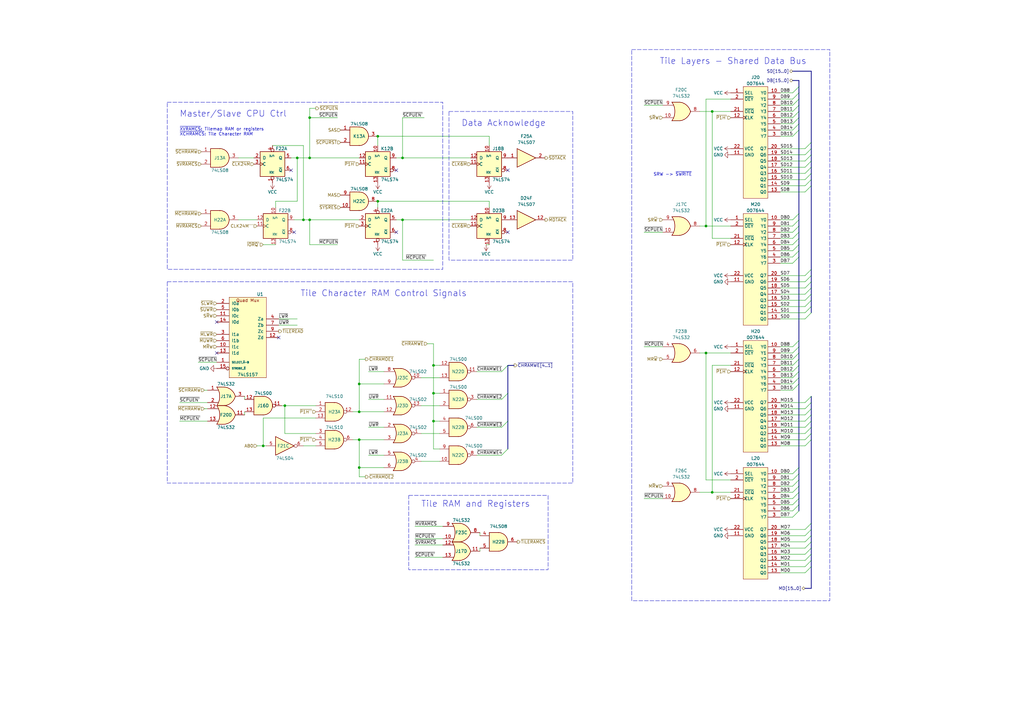
<source format=kicad_sch>
(kicad_sch (version 20230121) (generator eeschema)
  (paper "A3")
  (title_block (title "Gradius 3") (date "2024-04-11") (company "Konami GX945") (comment 1 "Ulf Skutnabba, twitter: @skutis77"))
  (junction (at 121.92 64.77))
  (junction (at 289.56 144.78))
  (junction (at 147.32 168.91))
  (junction (at 165.1 64.77))
  (junction (at 147.32 191.77))
  (junction (at 292.1 45.72))
  (junction (at 292.1 201.93))
  (junction (at 147.32 180.34))
  (junction (at 127 90.17))
  (junction (at 147.32 157.48))
  (junction (at 177.8 172.72))
  (junction (at 154.94 55.88))
  (junction (at 127 64.77))
  (junction (at 165.1 90.17))
  (junction (at 177.8 161.29))
  (junction (at 177.8 149.86))
  (junction (at 124.46 90.17))
  (junction (at 289.56 92.71))
  (junction (at 107.95 182.88))
  (junction (at 116.84 166.37))
  (junction (at 127 48.26))
  (junction (at 154.94 82.55))
  (no_connect (at 208.28 95.25))
  (no_connect (at 88.9 132.08))
  (no_connect (at 114.3 138.43))
  (no_connect (at 88.9 144.78))
  (no_connect (at 162.56 95.25))
  (no_connect (at 162.56 69.85))
  (no_connect (at 208.28 69.85))
  (no_connect (at 119.38 69.85))
  (no_connect (at 120.65 95.25))
  (bus_entry (at 325.12 107.95) (size 2.54 -2.54))
  (bus_entry (at 330.2 177.8) (size 2.54 -2.54))
  (bus_entry (at 330.2 219.71) (size 2.54 -2.54))
  (bus_entry (at 330.2 73.66) (size 2.54 -2.54))
  (bus_entry (at 325.12 194.31) (size 2.54 -2.54))
  (bus_entry (at 330.2 123.19) (size 2.54 -2.54))
  (bus_entry (at 330.2 71.12) (size 2.54 -2.54))
  (bus_entry (at 325.12 45.72) (size 2.54 -2.54))
  (bus_entry (at 330.2 232.41) (size 2.54 -2.54))
  (bus_entry (at 325.12 199.39) (size 2.54 -2.54))
  (bus_entry (at 330.2 78.74) (size 2.54 -2.54))
  (bus_entry (at 330.2 172.72) (size 2.54 -2.54))
  (bus_entry (at 325.12 207.01) (size 2.54 -2.54))
  (bus_entry (at 325.12 204.47) (size 2.54 -2.54))
  (bus_entry (at 330.2 125.73) (size 2.54 -2.54))
  (bus_entry (at 330.2 175.26) (size 2.54 -2.54))
  (bus_entry (at 325.12 160.02) (size 2.54 -2.54))
  (bus_entry (at 330.2 170.18) (size 2.54 -2.54))
  (bus_entry (at 325.12 212.09) (size 2.54 -2.54))
  (bus_entry (at 325.12 97.79) (size 2.54 -2.54))
  (bus_entry (at 330.2 224.79) (size 2.54 -2.54))
  (bus_entry (at 325.12 201.93) (size 2.54 -2.54))
  (bus_entry (at 330.2 76.2) (size 2.54 -2.54))
  (bus_entry (at 325.12 95.25) (size 2.54 -2.54))
  (bus_entry (at 325.12 100.33) (size 2.54 -2.54))
  (bus_entry (at 330.2 60.96) (size 2.54 -2.54))
  (bus_entry (at 325.12 53.34) (size 2.54 -2.54))
  (bus_entry (at 205.74 175.26) (size 2.54 -2.54))
  (bus_entry (at 325.12 152.4) (size 2.54 -2.54))
  (bus_entry (at 325.12 92.71) (size 2.54 -2.54))
  (bus_entry (at 325.12 154.94) (size 2.54 -2.54))
  (bus_entry (at 325.12 43.18) (size 2.54 -2.54))
  (bus_entry (at 325.12 149.86) (size 2.54 -2.54))
  (bus_entry (at 330.2 120.65) (size 2.54 -2.54))
  (bus_entry (at 330.2 115.57) (size 2.54 -2.54))
  (bus_entry (at 205.74 152.4) (size 2.54 -2.54))
  (bus_entry (at 325.12 90.17) (size 2.54 -2.54))
  (bus_entry (at 330.2 113.03) (size 2.54 -2.54))
  (bus_entry (at 325.12 196.85) (size 2.54 -2.54))
  (bus_entry (at 205.74 163.83) (size 2.54 -2.54))
  (bus_entry (at 330.2 165.1) (size 2.54 -2.54))
  (bus_entry (at 330.2 229.87) (size 2.54 -2.54))
  (bus_entry (at 330.2 227.33) (size 2.54 -2.54))
  (bus_entry (at 330.2 118.11) (size 2.54 -2.54))
  (bus_entry (at 325.12 157.48) (size 2.54 -2.54))
  (bus_entry (at 325.12 144.78) (size 2.54 -2.54))
  (bus_entry (at 325.12 38.1) (size 2.54 -2.54))
  (bus_entry (at 325.12 55.88) (size 2.54 -2.54))
  (bus_entry (at 330.2 63.5) (size 2.54 -2.54))
  (bus_entry (at 330.2 222.25) (size 2.54 -2.54))
  (bus_entry (at 330.2 130.81) (size 2.54 -2.54))
  (bus_entry (at 325.12 48.26) (size 2.54 -2.54))
  (bus_entry (at 330.2 234.95) (size 2.54 -2.54))
  (bus_entry (at 325.12 209.55) (size 2.54 -2.54))
  (bus_entry (at 325.12 147.32) (size 2.54 -2.54))
  (bus_entry (at 330.2 180.34) (size 2.54 -2.54))
  (bus_entry (at 325.12 102.87) (size 2.54 -2.54))
  (bus_entry (at 325.12 105.41) (size 2.54 -2.54))
  (bus_entry (at 205.74 186.69) (size 2.54 -2.54))
  (bus_entry (at 325.12 50.8) (size 2.54 -2.54))
  (bus_entry (at 330.2 182.88) (size 2.54 -2.54))
  (bus_entry (at 330.2 128.27) (size 2.54 -2.54))
  (bus_entry (at 325.12 40.64) (size 2.54 -2.54))
  (bus_entry (at 330.2 68.58) (size 2.54 -2.54))
  (bus_entry (at 325.12 142.24) (size 2.54 -2.54))
  (bus_entry (at 330.2 66.04) (size 2.54 -2.54))
  (bus_entry (at 330.2 167.64) (size 2.54 -2.54))
  (bus_entry (at 330.2 217.17) (size 2.54 -2.54))
  (wire (pts (xy 292.1 201.93) (xy 299.72 201.93)))
  (wire (pts (xy 154.94 55.88) (xy 200.66 55.88)))
  (wire (pts (xy 320.04 172.72) (xy 330.2 172.72)))
  (wire (pts (xy 299.72 149.86) (xy 292.1 149.86)))
  (wire (pts (xy 165.1 90.17) (xy 193.04 90.17)))
  (wire (pts (xy 320.04 147.32) (xy 325.12 147.32)))
  (wire (pts (xy 144.78 168.91) (xy 147.32 168.91)))
  (wire (pts (xy 287.02 144.78) (xy 289.56 144.78)))
  (bus (pts (xy 332.74 177.8) (xy 332.74 180.34)))
  (wire (pts (xy 320.04 224.79) (xy 330.2 224.79)))
  (wire (pts (xy 320.04 55.88) (xy 325.12 55.88)))
  (bus (pts (xy 327.66 100.33) (xy 327.66 102.87)))
  (wire (pts (xy 111.76 59.69) (xy 124.46 59.69)))
  (bus (pts (xy 327.66 207.01) (xy 327.66 209.55)))
  (wire (pts (xy 154.94 82.55) (xy 154.94 85.09)))
  (bus (pts (xy 332.74 63.5) (xy 332.74 60.96)))
  (bus (pts (xy 332.74 170.18) (xy 332.74 172.72)))
  (wire (pts (xy 320.04 152.4) (xy 325.12 152.4)))
  (wire (pts (xy 287.02 201.93) (xy 292.1 201.93)))
  (wire (pts (xy 320.04 217.17) (xy 330.2 217.17)))
  (wire (pts (xy 289.56 40.64) (xy 289.56 92.71)))
  (bus (pts (xy 327.66 142.24) (xy 327.66 144.78)))
  (wire (pts (xy 320.04 227.33) (xy 330.2 227.33)))
  (wire (pts (xy 172.72 154.94) (xy 180.34 154.94)))
  (bus (pts (xy 327.66 105.41) (xy 327.66 139.7)))
  (bus (pts (xy 332.74 118.11) (xy 332.74 115.57)))
  (bus (pts (xy 327.66 147.32) (xy 327.66 149.86)))
  (wire (pts (xy 320.04 142.24) (xy 325.12 142.24)))
  (bus (pts (xy 332.74 68.58) (xy 332.74 66.04)))
  (wire (pts (xy 127 44.45) (xy 127 48.26)))
  (bus (pts (xy 332.74 229.87) (xy 332.74 232.41)))
  (wire (pts (xy 264.16 142.24) (xy 271.78 142.24)))
  (wire (pts (xy 320.04 207.01) (xy 325.12 207.01)))
  (wire (pts (xy 320.04 50.8) (xy 325.12 50.8)))
  (bus (pts (xy 327.66 157.48) (xy 327.66 191.77)))
  (bus (pts (xy 332.74 219.71) (xy 332.74 222.25)))
  (bus (pts (xy 327.66 194.31) (xy 327.66 196.85)))
  (wire (pts (xy 113.03 82.55) (xy 113.03 85.09)))
  (wire (pts (xy 147.32 191.77) (xy 147.32 195.58)))
  (wire (pts (xy 320.04 160.02) (xy 325.12 160.02)))
  (wire (pts (xy 127 48.26) (xy 138.43 48.26)))
  (bus (pts (xy 332.74 125.73) (xy 332.74 123.19)))
  (wire (pts (xy 320.04 180.34) (xy 330.2 180.34)))
  (wire (pts (xy 287.02 45.72) (xy 292.1 45.72)))
  (wire (pts (xy 320.04 144.78) (xy 325.12 144.78)))
  (bus (pts (xy 327.66 144.78) (xy 327.66 147.32)))
  (wire (pts (xy 195.58 152.4) (xy 205.74 152.4)))
  (wire (pts (xy 320.04 118.11) (xy 330.2 118.11)))
  (wire (pts (xy 83.82 167.64) (xy 85.09 167.64)))
  (wire (pts (xy 320.04 71.12) (xy 330.2 71.12)))
  (wire (pts (xy 147.32 195.58) (xy 149.86 195.58)))
  (wire (pts (xy 320.04 105.41) (xy 325.12 105.41)))
  (bus (pts (xy 327.66 102.87) (xy 327.66 105.41)))
  (wire (pts (xy 121.92 82.55) (xy 113.03 82.55)))
  (wire (pts (xy 320.04 232.41) (xy 330.2 232.41)))
  (wire (pts (xy 127 64.77) (xy 147.32 64.77)))
  (wire (pts (xy 195.58 186.69) (xy 205.74 186.69)))
  (wire (pts (xy 127 48.26) (xy 127 64.77)))
  (wire (pts (xy 320.04 128.27) (xy 330.2 128.27)))
  (bus (pts (xy 332.74 180.34) (xy 332.74 214.63)))
  (bus (pts (xy 327.66 204.47) (xy 327.66 207.01)))
  (bus (pts (xy 332.74 73.66) (xy 332.74 71.12)))
  (bus (pts (xy 327.66 35.56) (xy 327.66 33.02)))
  (wire (pts (xy 320.04 95.25) (xy 325.12 95.25)))
  (wire (pts (xy 172.72 166.37) (xy 180.34 166.37)))
  (wire (pts (xy 320.04 177.8) (xy 330.2 177.8)))
  (wire (pts (xy 162.56 90.17) (xy 165.1 90.17)))
  (wire (pts (xy 299.72 40.64) (xy 289.56 40.64)))
  (wire (pts (xy 320.04 63.5) (xy 330.2 63.5)))
  (wire (pts (xy 154.94 82.55) (xy 200.66 82.55)))
  (wire (pts (xy 200.66 55.88) (xy 200.66 59.69)))
  (wire (pts (xy 320.04 45.72) (xy 325.12 45.72)))
  (bus (pts (xy 332.74 165.1) (xy 332.74 167.64)))
  (bus (pts (xy 332.74 66.04) (xy 332.74 63.5)))
  (wire (pts (xy 320.04 66.04) (xy 330.2 66.04)))
  (bus (pts (xy 325.12 29.21) (xy 332.74 29.21)))
  (wire (pts (xy 165.1 48.26) (xy 165.1 64.77)))
  (wire (pts (xy 320.04 229.87) (xy 330.2 229.87)))
  (wire (pts (xy 299.72 196.85) (xy 289.56 196.85)))
  (wire (pts (xy 320.04 212.09) (xy 325.12 212.09)))
  (wire (pts (xy 320.04 196.85) (xy 325.12 196.85)))
  (wire (pts (xy 129.54 166.37) (xy 116.84 166.37)))
  (bus (pts (xy 327.66 139.7) (xy 327.66 142.24)))
  (wire (pts (xy 100.33 162.56) (xy 100.33 163.83)))
  (bus (pts (xy 208.28 161.29) (xy 208.28 149.86)))
  (wire (pts (xy 116.84 166.37) (xy 116.84 177.8)))
  (wire (pts (xy 127 100.33) (xy 138.43 100.33)))
  (wire (pts (xy 165.1 64.77) (xy 193.04 64.77)))
  (wire (pts (xy 287.02 92.71) (xy 289.56 92.71)))
  (wire (pts (xy 107.95 182.88) (xy 109.22 182.88)))
  (bus (pts (xy 327.66 38.1) (xy 327.66 40.64)))
  (bus (pts (xy 332.74 115.57) (xy 332.74 113.03)))
  (bus (pts (xy 327.66 87.63) (xy 327.66 90.17)))
  (wire (pts (xy 320.04 157.48) (xy 325.12 157.48)))
  (wire (pts (xy 320.04 149.86) (xy 325.12 149.86)))
  (bus (pts (xy 327.66 97.79) (xy 327.66 100.33)))
  (wire (pts (xy 129.54 44.45) (xy 127 44.45)))
  (wire (pts (xy 320.04 234.95) (xy 330.2 234.95)))
  (wire (pts (xy 177.8 140.97) (xy 177.8 149.86)))
  (bus (pts (xy 332.74 214.63) (xy 332.74 217.17)))
  (wire (pts (xy 170.18 215.9) (xy 181.61 215.9)))
  (wire (pts (xy 320.04 38.1) (xy 325.12 38.1)))
  (wire (pts (xy 320.04 78.74) (xy 330.2 78.74)))
  (wire (pts (xy 320.04 100.33) (xy 325.12 100.33)))
  (bus (pts (xy 332.74 76.2) (xy 332.74 73.66)))
  (wire (pts (xy 299.72 97.79) (xy 292.1 97.79)))
  (wire (pts (xy 320.04 194.31) (xy 325.12 194.31)))
  (wire (pts (xy 292.1 149.86) (xy 292.1 201.93)))
  (wire (pts (xy 129.54 177.8) (xy 116.84 177.8)))
  (wire (pts (xy 115.57 166.37) (xy 116.84 166.37)))
  (wire (pts (xy 320.04 175.26) (xy 330.2 175.26)))
  (wire (pts (xy 105.41 182.88) (xy 107.95 182.88)))
  (wire (pts (xy 320.04 48.26) (xy 325.12 48.26)))
  (bus (pts (xy 327.66 154.94) (xy 327.66 157.48)))
  (wire (pts (xy 121.92 64.77) (xy 127 64.77)))
  (wire (pts (xy 124.46 90.17) (xy 127 90.17)))
  (bus (pts (xy 327.66 95.25) (xy 327.66 97.79)))
  (wire (pts (xy 165.1 106.68) (xy 177.8 106.68)))
  (wire (pts (xy 124.46 182.88) (xy 129.54 182.88)))
  (wire (pts (xy 147.32 191.77) (xy 157.48 191.77)))
  (wire (pts (xy 114.3 133.35) (xy 121.92 133.35)))
  (wire (pts (xy 264.16 204.47) (xy 271.78 204.47)))
  (wire (pts (xy 107.95 171.45) (xy 107.95 182.88)))
  (bus (pts (xy 327.66 43.18) (xy 327.66 45.72)))
  (wire (pts (xy 172.72 189.23) (xy 180.34 189.23)))
  (wire (pts (xy 320.04 76.2) (xy 330.2 76.2)))
  (bus (pts (xy 208.28 149.86) (xy 210.82 149.86)))
  (bus (pts (xy 327.66 196.85) (xy 327.66 199.39)))
  (wire (pts (xy 165.1 64.77) (xy 162.56 64.77)))
  (wire (pts (xy 320.04 40.64) (xy 325.12 40.64)))
  (wire (pts (xy 73.66 165.1) (xy 85.09 165.1)))
  (bus (pts (xy 327.66 53.34) (xy 327.66 87.63)))
  (wire (pts (xy 264.16 43.18) (xy 271.78 43.18)))
  (wire (pts (xy 97.79 90.17) (xy 105.41 90.17)))
  (wire (pts (xy 165.1 106.68) (xy 165.1 90.17)))
  (wire (pts (xy 165.1 48.26) (xy 173.99 48.26)))
  (wire (pts (xy 320.04 219.71) (xy 330.2 219.71)))
  (wire (pts (xy 196.85 226.06) (xy 196.85 224.79)))
  (wire (pts (xy 320.04 222.25) (xy 330.2 222.25)))
  (wire (pts (xy 320.04 165.1) (xy 330.2 165.1)))
  (wire (pts (xy 320.04 43.18) (xy 325.12 43.18)))
  (bus (pts (xy 332.74 217.17) (xy 332.74 219.71)))
  (bus (pts (xy 327.66 48.26) (xy 327.66 50.8)))
  (wire (pts (xy 170.18 223.52) (xy 181.61 223.52)))
  (wire (pts (xy 320.04 68.58) (xy 330.2 68.58)))
  (bus (pts (xy 332.74 110.49) (xy 332.74 76.2)))
  (bus (pts (xy 332.74 172.72) (xy 332.74 175.26)))
  (bus (pts (xy 332.74 227.33) (xy 332.74 229.87)))
  (wire (pts (xy 177.8 161.29) (xy 180.34 161.29)))
  (bus (pts (xy 332.74 71.12) (xy 332.74 68.58)))
  (wire (pts (xy 320.04 167.64) (xy 330.2 167.64)))
  (bus (pts (xy 332.74 224.79) (xy 332.74 227.33)))
  (bus (pts (xy 327.66 45.72) (xy 327.66 48.26)))
  (wire (pts (xy 147.32 147.32) (xy 147.32 157.48)))
  (bus (pts (xy 327.66 149.86) (xy 327.66 152.4)))
  (wire (pts (xy 320.04 123.19) (xy 330.2 123.19)))
  (bus (pts (xy 332.74 113.03) (xy 332.74 110.49)))
  (wire (pts (xy 177.8 172.72) (xy 180.34 172.72)))
  (bus (pts (xy 325.12 33.02) (xy 327.66 33.02)))
  (wire (pts (xy 124.46 90.17) (xy 124.46 59.69)))
  (wire (pts (xy 151.13 152.4) (xy 157.48 152.4)))
  (wire (pts (xy 157.48 168.91) (xy 147.32 168.91)))
  (wire (pts (xy 177.8 184.15) (xy 180.34 184.15)))
  (wire (pts (xy 289.56 92.71) (xy 299.72 92.71)))
  (wire (pts (xy 289.56 144.78) (xy 289.56 196.85)))
  (bus (pts (xy 327.66 40.64) (xy 327.66 43.18)))
  (wire (pts (xy 151.13 186.69) (xy 157.48 186.69)))
  (bus (pts (xy 327.66 92.71) (xy 327.66 95.25)))
  (wire (pts (xy 195.58 163.83) (xy 205.74 163.83)))
  (bus (pts (xy 208.28 172.72) (xy 208.28 161.29)))
  (bus (pts (xy 330.2 241.3) (xy 332.74 241.3)))
  (bus (pts (xy 327.66 191.77) (xy 327.66 194.31)))
  (wire (pts (xy 320.04 53.34) (xy 325.12 53.34)))
  (wire (pts (xy 264.16 95.25) (xy 271.78 95.25)))
  (wire (pts (xy 320.04 73.66) (xy 330.2 73.66)))
  (wire (pts (xy 177.8 149.86) (xy 180.34 149.86)))
  (bus (pts (xy 332.74 222.25) (xy 332.74 224.79)))
  (wire (pts (xy 157.48 180.34) (xy 147.32 180.34)))
  (wire (pts (xy 100.33 170.18) (xy 100.33 168.91)))
  (wire (pts (xy 151.13 175.26) (xy 157.48 175.26)))
  (bus (pts (xy 332.74 167.64) (xy 332.74 170.18)))
  (wire (pts (xy 154.94 55.88) (xy 154.94 59.69)))
  (wire (pts (xy 119.38 64.77) (xy 121.92 64.77)))
  (wire (pts (xy 320.04 90.17) (xy 325.12 90.17)))
  (bus (pts (xy 332.74 58.42) (xy 332.74 29.21)))
  (wire (pts (xy 121.92 64.77) (xy 121.92 82.55)))
  (wire (pts (xy 144.78 180.34) (xy 147.32 180.34)))
  (bus (pts (xy 332.74 60.96) (xy 332.74 58.42)))
  (wire (pts (xy 147.32 180.34) (xy 147.32 191.77)))
  (wire (pts (xy 292.1 45.72) (xy 299.72 45.72)))
  (bus (pts (xy 327.66 90.17) (xy 327.66 92.71)))
  (wire (pts (xy 175.26 140.97) (xy 177.8 140.97)))
  (wire (pts (xy 177.8 149.86) (xy 177.8 161.29)))
  (wire (pts (xy 320.04 201.93) (xy 325.12 201.93)))
  (wire (pts (xy 200.66 82.55) (xy 200.66 85.09)))
  (bus (pts (xy 332.74 120.65) (xy 332.74 118.11)))
  (wire (pts (xy 320.04 97.79) (xy 325.12 97.79)))
  (wire (pts (xy 147.32 157.48) (xy 157.48 157.48)))
  (wire (pts (xy 129.54 171.45) (xy 107.95 171.45)))
  (wire (pts (xy 177.8 161.29) (xy 177.8 172.72)))
  (wire (pts (xy 114.3 130.81) (xy 121.92 130.81)))
  (bus (pts (xy 327.66 50.8) (xy 327.66 53.34)))
  (wire (pts (xy 170.18 220.98) (xy 181.61 220.98)))
  (bus (pts (xy 327.66 152.4) (xy 327.66 154.94)))
  (wire (pts (xy 195.58 175.26) (xy 205.74 175.26)))
  (wire (pts (xy 320.04 182.88) (xy 330.2 182.88)))
  (bus (pts (xy 332.74 162.56) (xy 332.74 165.1)))
  (wire (pts (xy 320.04 199.39) (xy 325.12 199.39)))
  (wire (pts (xy 320.04 170.18) (xy 330.2 170.18)))
  (bus (pts (xy 327.66 35.56) (xy 327.66 38.1)))
  (wire (pts (xy 127 100.33) (xy 127 90.17)))
  (wire (pts (xy 172.72 177.8) (xy 180.34 177.8)))
  (wire (pts (xy 147.32 147.32) (xy 149.86 147.32)))
  (wire (pts (xy 320.04 154.94) (xy 325.12 154.94)))
  (wire (pts (xy 320.04 115.57) (xy 330.2 115.57)))
  (wire (pts (xy 289.56 144.78) (xy 299.72 144.78)))
  (wire (pts (xy 170.18 228.6) (xy 181.61 228.6)))
  (bus (pts (xy 327.66 199.39) (xy 327.66 201.93)))
  (bus (pts (xy 332.74 175.26) (xy 332.74 177.8)))
  (wire (pts (xy 177.8 172.72) (xy 177.8 184.15)))
  (wire (pts (xy 320.04 92.71) (xy 325.12 92.71)))
  (wire (pts (xy 320.04 107.95) (xy 325.12 107.95)))
  (wire (pts (xy 320.04 125.73) (xy 330.2 125.73)))
  (wire (pts (xy 320.04 204.47) (xy 325.12 204.47)))
  (wire (pts (xy 107.95 100.33) (xy 113.03 100.33)))
  (wire (pts (xy 120.65 90.17) (xy 124.46 90.17)))
  (wire (pts (xy 73.66 172.72) (xy 85.09 172.72)))
  (wire (pts (xy 196.85 218.44) (xy 196.85 219.71)))
  (wire (pts (xy 292.1 97.79) (xy 292.1 45.72)))
  (wire (pts (xy 151.13 163.83) (xy 157.48 163.83)))
  (wire (pts (xy 81.28 148.59) (xy 88.9 148.59)))
  (bus (pts (xy 208.28 184.15) (xy 208.28 172.72)))
  (wire (pts (xy 147.32 168.91) (xy 147.32 157.48)))
  (wire (pts (xy 320.04 209.55) (xy 325.12 209.55)))
  (wire (pts (xy 320.04 102.87) (xy 325.12 102.87)))
  (wire (pts (xy 97.79 64.77) (xy 104.14 64.77)))
  (wire (pts (xy 83.82 160.02) (xy 85.09 160.02)))
  (wire (pts (xy 200.66 100.33) (xy 199.39 100.33)))
  (bus (pts (xy 332.74 123.19) (xy 332.74 120.65)))
  (wire (pts (xy 320.04 60.96) (xy 330.2 60.96)))
  (wire (pts (xy 320.04 130.81) (xy 330.2 130.81)))
  (bus (pts (xy 327.66 201.93) (xy 327.66 204.47)))
  (wire (pts (xy 320.04 120.65) (xy 330.2 120.65)))
  (bus (pts (xy 332.74 128.27) (xy 332.74 125.73)))
  (wire (pts (xy 127 90.17) (xy 147.32 90.17)))
  (wire (pts (xy 320.04 113.03) (xy 330.2 113.03)))
  (bus (pts (xy 332.74 232.41) (xy 332.74 241.3)))
  (rectangle (start 259.08 20.32) (end 340.36 246.38) (stroke (width 0) (type dash)))
  (rectangle (start 68.58 115.57) (end 234.95 198.12) (stroke (width 0) (type dash)))
  (rectangle (start 167.64 203.2) (end 224.79 233.68) (stroke (width 0) (type dash)))
  (rectangle (start 68.58 41.91) (end 181.61 110.49) (stroke (width 0) (type dash)))
  (rectangle (start 184.15 45.72) (end 234.95 106.68) (stroke (width 0) (type dash)))
  (text "Data Acknowledge" (at 189.23 52.07 0) (effects (font (size 2.54 2.54)) (justify left bottom)))
  (text "SRW -> ~{SWRITE}" (at 267.97 72.39 0) (effects (font (size 1.27 1.27)) (justify left bottom)))
  (text "Tile Layers - Shared Data Bus" (at 270.51 26.67 0) (effects (font (size 2.54 2.54)) (justify left bottom)))
  (text "Tile RAM and Registers" (at 172.72 208.28 0) (effects (font (size 2.54 2.54)) (justify left bottom)))
  (text "Tile Character RAM Control Signals" (at 123.19 121.92 0) (effects (font (size 2.54 2.54)) (justify left bottom)))
  (text "Master/Slave CPU Ctrl" (at 73.66 48.26 0) (effects (font (size 2.54 2.54)) (justify left bottom)))
  (text "~{XVRAMCS}: Tilemap RAM or registers\n~{XCHRAMCS}: Tile Character RAM" (at 73.66 55.88 0) (effects (font (size 1.27 1.27)) (justify left bottom)))
  (label "~{UWR}" (at 114.3 133.35 0))
  (label "DB12" (at 320.04 48.26 0))
  (label "DB5" (at 320.04 207.01 0))
  (label "~{CHRAMWE1}" (at 195.58 152.4 0))
  (label "MD0" (at 320.04 234.95 0))
  (label "DB7" (at 320.04 107.95 0))
  (label "~{MCPUEN'}" (at 73.66 172.72 0))
  (label "~{MCPUEN'}" (at 170.18 220.98 0))
  (label "~{CHRAMWE3}" (at 195.58 175.26 0))
  (label "SD9" (at 320.04 76.2 0))
  (label "DB9" (at 320.04 144.78 0))
  (label "MD4" (at 320.04 224.79 0))
  (label "DB8" (at 320.04 142.24 0))
  (label "~{MCPUEN}" (at 130.81 100.33 0))
  (label "DB9" (at 320.04 40.64 0))
  (label "DB15" (at 320.04 160.02 0))
  (label "~{SCPUEN}" (at 264.16 95.25 0))
  (label "DB11" (at 320.04 45.72 0))
  (label "SD0" (at 320.04 130.81 0))
  (label "DB5" (at 320.04 102.87 0))
  (label "MD8" (at 320.04 182.88 0))
  (label "SD1" (at 320.04 128.27 0))
  (label "~{CHRAMWE2}" (at 195.58 163.83 0))
  (label "SD12" (at 320.04 68.58 0))
  (label "MD5" (at 320.04 222.25 0))
  (label "DB10" (at 320.04 43.18 0))
  (label "~{MVRAMCS}" (at 170.18 215.9 0))
  (label "~{SVRAMCS}" (at 170.18 223.52 0))
  (label "~{SCPUEN}" (at 264.16 43.18 0))
  (label "~{SCPUEN'}" (at 170.18 228.6 0))
  (label "DB8" (at 320.04 38.1 0))
  (label "DB14" (at 320.04 53.34 0))
  (label "~{LWR}" (at 151.13 152.4 0))
  (label "DB13" (at 320.04 154.94 0))
  (label "SD4" (at 320.04 120.65 0))
  (label "SD3" (at 320.04 123.19 0))
  (label "DB3" (at 320.04 97.79 0))
  (label "SD10" (at 320.04 73.66 0))
  (label "SD15" (at 320.04 60.96 0))
  (label "MD1" (at 320.04 232.41 0))
  (label "MD14" (at 320.04 167.64 0))
  (label "DB10" (at 320.04 147.32 0))
  (label "~{LWR}" (at 151.13 186.69 0))
  (label "DB13" (at 320.04 50.8 0))
  (label "SD13" (at 320.04 66.04 0))
  (label "SD8" (at 320.04 78.74 0))
  (label "DB2" (at 320.04 95.25 0))
  (label "~{SCPUEN'}" (at 165.1 48.26 0))
  (label "MD7" (at 320.04 217.17 0))
  (label "MD12" (at 320.04 172.72 0))
  (label "DB1" (at 320.04 92.71 0))
  (label "DB1" (at 320.04 196.85 0))
  (label "DB15" (at 320.04 55.88 0))
  (label "~{CHRAMWE4}" (at 195.58 186.69 0))
  (label "SD11" (at 320.04 71.12 0))
  (label "MD15" (at 320.04 165.1 0))
  (label "DB4" (at 320.04 204.47 0))
  (label "DB14" (at 320.04 157.48 0))
  (label "MD13" (at 320.04 170.18 0))
  (label "~{UWR}" (at 151.13 163.83 0))
  (label "MD11" (at 320.04 175.26 0))
  (label "DB6" (at 320.04 105.41 0))
  (label "~{MCPUEN}" (at 264.16 142.24 0))
  (label "DB6" (at 320.04 209.55 0))
  (label "~{MCPUEN'}" (at 166.37 106.68 0))
  (label "~{MCPUEN}" (at 264.16 204.47 0))
  (label "~{LWR}" (at 114.3 130.81 0))
  (label "DB7" (at 320.04 212.09 0))
  (label "DB2" (at 320.04 199.39 0))
  (label "~{UWR}" (at 151.13 175.26 0))
  (label "SD2" (at 320.04 125.73 0))
  (label "SD7" (at 320.04 113.03 0))
  (label "DB12" (at 320.04 152.4 0))
  (label "~{SCPUEN}" (at 81.28 148.59 0))
  (label "MD3" (at 320.04 227.33 0))
  (label "MD9" (at 320.04 180.34 0))
  (label "MD2" (at 320.04 229.87 0))
  (label "~{SCPUEN}" (at 130.81 48.26 0))
  (label "MD6" (at 320.04 219.71 0))
  (label "DB0" (at 320.04 194.31 0))
  (label "~{SCPUEN'}" (at 73.66 165.1 0))
  (label "DB11" (at 320.04 149.86 0))
  (label "SD6" (at 320.04 115.57 0))
  (label "SD5" (at 320.04 118.11 0))
  (label "DB0" (at 320.04 90.17 0))
  (label "DB4" (at 320.04 100.33 0))
  (label "DB3" (at 320.04 201.93 0))
  (label "SD14" (at 320.04 63.5 0))
  (label "MD10" (at 320.04 177.8 0))
  (hierarchical_label "~{P1H'}" (shape input) (at 299.72 152.4 180))
  (hierarchical_label "~{P1H'}" (shape input) (at 147.32 67.31 180))
  (hierarchical_label "~{SCPUEN}" (shape output) (at 129.54 44.45 0))
  (hierarchical_label "CLK24M'''" (shape input) (at 105.41 92.71 180))
  (hierarchical_label "SR~{W}'" (shape input) (at 271.78 90.17 180))
  (hierarchical_label "~{SYSRES}" (shape input) (at 139.7 85.09 180))
  (hierarchical_label "~{MUWR}" (shape input) (at 88.9 139.7 180))
  (hierarchical_label "~{SCPURST}" (shape input) (at 139.7 58.42 180))
  (hierarchical_label "~{MDTACK}" (shape output) (at 223.52 90.17 0))
  (hierarchical_label "AB0" (shape input) (at 105.41 182.88 180))
  (hierarchical_label "~{MLWR}" (shape input) (at 88.9 137.16 180))
  (hierarchical_label "MD[15..0]" (shape bidirectional) (at 330.2 241.3 180))
  (hierarchical_label "~{CHRAMOE1}" (shape output) (at 149.86 147.32 0))
  (hierarchical_label "~{SDTACK}" (shape output) (at 223.52 64.77 0))
  (hierarchical_label "~{TILEREAD}" (shape output) (at 114.3 135.89 0))
  (hierarchical_label "M~{R}W" (shape input) (at 271.78 199.39 180))
  (hierarchical_label "~{P1H'}" (shape input) (at 147.32 92.71 180))
  (hierarchical_label "~{SVRAMCS}" (shape input) (at 82.55 67.31 180))
  (hierarchical_label "~{P1H''}" (shape input) (at 129.54 180.34 180))
  (hierarchical_label "~{CHRAMOE2}" (shape output) (at 149.86 195.58 0))
  (hierarchical_label "~{CLK24M}" (shape input) (at 104.14 67.31 180))
  (hierarchical_label "DB[15..0]" (shape bidirectional) (at 325.12 33.02 180))
  (hierarchical_label "~{SCHRAMW}" (shape input) (at 82.55 62.23 180))
  (hierarchical_label "SAS" (shape input) (at 139.7 53.34 180))
  (hierarchical_label "MR~{W}'" (shape input) (at 271.78 147.32 180))
  (hierarchical_label "S~{R}W" (shape input) (at 271.78 48.26 180))
  (hierarchical_label "~{MCHRAMW}" (shape input) (at 82.55 87.63 180))
  (hierarchical_label "S~{R}W" (shape input) (at 88.9 129.54 180))
  (hierarchical_label "~{MVRAMCS}" (shape input) (at 82.55 92.71 180))
  (hierarchical_label "~{SCHRAMW}" (shape input) (at 83.82 160.02 180))
  (hierarchical_label "M~{R}W" (shape input) (at 88.9 142.24 180))
  (hierarchical_label "~{IORQ'}" (shape input) (at 107.95 100.33 180))
  (hierarchical_label "~{CHRAMWE}" (shape input) (at 175.26 140.97 180))
  (hierarchical_label "~{P1H'}" (shape input) (at 299.72 100.33 180))
  (hierarchical_label "~{P1H'}" (shape input) (at 299.72 48.26 180))
  (hierarchical_label "MAS" (shape input) (at 139.7 80.01 180))
  (hierarchical_label "~{SLWR}" (shape input) (at 88.9 124.46 180))
  (hierarchical_label "~{SUWR}" (shape input) (at 88.9 127 180))
  (hierarchical_label "~{P1H'}" (shape input) (at 299.72 204.47 180))
  (hierarchical_label "~{TILERAMCS}" (shape output) (at 212.09 222.25 0))
  (hierarchical_label "~{MCHRAMW}" (shape input) (at 83.82 167.64 180))
  (hierarchical_label "SD[15..0]" (shape bidirectional) (at 325.12 29.21 180))
  (hierarchical_label "~{P1H''}" (shape input) (at 129.54 168.91 180))
  (hierarchical_label "~{CLK6M}" (shape input) (at 193.04 92.71 180))
  (hierarchical_label "~{CLK6M}" (shape input) (at 193.04 67.31 180))
  (hierarchical_label "~{CHRAMWE[4..1]}" (shape output) (at 210.82 149.86 0))
  (symbol (lib_id "jt74:74LS08") (at 147.32 82.55 0) (unit 3)
    (property "Reference" "H22" (at 147.32 82.55 0))
    (property "Value" "74LS08" (at 147.32 77.47 0))
    (property "Datasheet" "http://www.ti.com/lit/gpn/sn74LS08" (effects hide))
  )
  (symbol (lib_id "power:VCC") (at 200.66 74.93 180) (unit 1)
    (property "Reference" "#PWR063" (effects hide))
    (property "Value" "VCC" (at 200.66 78.74 0))
  )
  (symbol (lib_id "jt74:74LS08") (at 90.17 90.17 0) (unit 1)
    (property "Reference" "H22" (at 90.17 90.17 0))
    (property "Value" "74LS08" (at 90.17 95.25 0))
    (property "Datasheet" "http://www.ti.com/lit/gpn/sn74LS08" (effects hide))
  )
  (symbol (lib_id "jt74:74LS08") (at 204.47 222.25 0) (unit 2)
    (property "Reference" "H22" (at 204.47 222.25 0))
    (property "Value" "74LS08" (at 204.4617 215.9 0))
    (property "Datasheet" "http://www.ti.com/lit/gpn/sn74LS08" (effects hide))
  )
  (symbol (lib_id "power:VCC") (at 111.76 74.93 180) (unit 1)
    (property "Reference" "#PWR060" (effects hide))
    (property "Value" "VCC" (at 111.76 78.74 0))
  )
  (symbol (lib_id "power:VCC") (at 154.94 100.33 180) (unit 1)
    (property "Reference" "#PWR062" (effects hide))
    (property "Value" "VCC" (at 154.94 104.14 0))
  )
  (symbol (lib_id "power:VCC") (at 199.39 100.33 180) (unit 1)
    (property "Reference" "#PWR064" (effects hide))
    (property "Value" "VCC" (at 199.39 104.14 0))
  )
  (symbol (lib_id "jt74:74LS157") (at 101.6 137.16 0) (unit 1)
    (property "Reference" "U1" (at 106.68 120.65 0))
    (property "Value" "74LS157" (at 101.6 153.67 0))
    (property "Datasheet" "https://www.alldatasheet.com/datasheet-pdf/pdf/27402/TI/74LS157.html" (effects hide))
  )
  (symbol (lib_id "power:VCC") (at 299.72 90.17 90) (unit 1)
    (property "Reference" "#PWR067" (effects hide))
    (property "Value" "VCC" (at 294.64 90.17 90))
  )
  (symbol (lib_id "jt74:74LS32") (at 279.4 45.72 0) (unit 3)
    (property "Reference" "F20" (at 279.4 36.83 0))
    (property "Value" "74LS32" (at 279.4 39.37 0))
    (property "Datasheet" "http://www.ti.com/lit/gpn/sn74LS32" (effects hide))
  )
  (symbol (lib_id "jt74:74LS00") (at 107.95 166.37 0) (unit 4)
    (property "Reference" "J16" (at 107.95 166.37 0))
    (property "Value" "74LS00" (at 107.95 161.29 0))
    (property "Datasheet" "http://www.ti.com/lit/gpn/sn74ls00" (effects hide))
  )
  (symbol (lib_id "jt74:74LS74") (at 200.66 67.31 0) (unit 2)
    (property "Reference" "J18" (at 201.93 60.96 0) (effects (justify left)))
    (property "Value" "74LS74" (at 201.93 73.66 0) (effects (justify left)))
    (property "Datasheet" "74xx/74hc_hct74.pdf" (effects hide))
  )
  (symbol (lib_id "jt74:74LS08") (at 147.32 55.88 0) (unit 1)
    (property "Reference" "K13" (at 147.32 55.88 0))
    (property "Value" "74LS08" (at 147.32 50.8 0))
    (property "Datasheet" "http://www.ti.com/lit/gpn/sn74LS08" (effects hide))
  )
  (symbol (lib_id "konami:007644") (at 309.88 214.63 0) (unit 1)
    (property "Reference" "L20" (at 309.88 187.96 0))
    (property "Value" "007644" (at 309.88 190.5 0))
  )
  (symbol (lib_id "power:GND") (at 88.9 151.13 270) (unit 1)
    (property "Reference" "#PWR065" (effects hide))
    (property "Value" "GND" (at 83.82 151.13 90))
  )
  (symbol (lib_id "power:GND") (at 299.72 63.5 270) (unit 1)
    (property "Reference" "#PWR071" (effects hide))
    (property "Value" "GND" (at 294.64 63.5 90))
  )
  (symbol (lib_id "power:VCC") (at 299.72 38.1 90) (unit 1)
    (property "Reference" "#PWR066" (effects hide))
    (property "Value" "VCC" (at 294.64 38.1 90))
  )
  (symbol (lib_id "jt74:74LS74") (at 200.66 92.71 0) (unit 2)
    (property "Reference" "D23" (at 201.93 86.36 0) (effects (justify left)))
    (property "Value" "74LS74" (at 201.93 99.06 0) (effects (justify left)))
    (property "Datasheet" "74xx/74hc_hct74.pdf" (effects hide))
  )
  (symbol (lib_id "jt74:74LS32") (at 279.4 201.93 0) (unit 3)
    (property "Reference" "F26" (at 279.4 193.04 0))
    (property "Value" "74LS32" (at 279.4 195.58 0))
    (property "Datasheet" "http://www.ti.com/lit/gpn/sn74LS32" (effects hide))
  )
  (symbol (lib_id "jt74:74LS02") (at 165.1 166.37 0) (unit 4)
    (property "Reference" "J23" (at 165.1 166.37 0))
    (property "Value" "74LS02" (at 171.45 163.83 0))
    (property "Datasheet" "http://www.ti.com/lit/gpn/sn74ls02" (effects hide))
  )
  (symbol (lib_id "konami:007644") (at 309.88 162.56 0) (unit 1)
    (property "Reference" "H20" (at 309.88 135.89 0))
    (property "Value" "007644" (at 309.88 138.43 0))
  )
  (symbol (lib_id "jt74:74LS32") (at 189.23 226.06 0) (unit 4)
    (property "Reference" "J17" (at 189.23 226.06 0))
    (property "Value" "74LS32" (at 189.23 231.14 0))
    (property "Datasheet" "http://www.ti.com/lit/gpn/sn74LS32" (effects hide))
  )
  (symbol (lib_id "jt74:74LS00") (at 187.96 175.26 0) (unit 2)
    (property "Reference" "N22" (at 187.96 175.26 0))
    (property "Value" "74LS00" (at 194.31 171.45 0))
    (property "Datasheet" "http://www.ti.com/lit/gpn/sn74ls00" (effects hide))
  )
  (symbol (lib_id "power:GND") (at 299.72 219.71 270) (unit 1)
    (property "Reference" "#PWR075" (effects hide))
    (property "Value" "GND" (at 294.64 219.71 90))
  )
  (symbol (lib_id "jt74:74LS00") (at 187.96 152.4 0) (unit 4)
    (property "Reference" "N22" (at 187.96 152.4 0))
    (property "Value" "74LS00" (at 187.96 147.32 0))
    (property "Datasheet" "http://www.ti.com/lit/gpn/sn74ls00" (effects hide))
  )
  (symbol (lib_id "jt74:74LS08") (at 90.17 64.77 0) (unit 1)
    (property "Reference" "J13" (at 90.17 64.77 0))
    (property "Value" "74LS08" (at 90.17 69.85 0))
    (property "Datasheet" "http://www.ti.com/lit/gpn/sn74LS08" (effects hide))
  )
  (symbol (lib_id "jt74:74LS74") (at 154.94 92.71 0) (unit 1)
    (property "Reference" "E22" (at 156.21 86.36 0) (effects (justify left)))
    (property "Value" "74LS74" (at 156.21 99.06 0) (effects (justify left)))
    (property "Datasheet" "74xx/74hc_hct74.pdf" (effects hide))
  )
  (symbol (lib_id "jt74:74LS10") (at 137.16 180.34 0) (unit 2)
    (property "Reference" "H23" (at 137.16 180.34 0))
    (property "Value" "74LS10" (at 137.16 175.26 0))
    (property "Datasheet" "http://www.ti.com/lit/gpn/sn74LS10" (effects hide))
  )
  (symbol (lib_id "power:VCC") (at 299.72 113.03 90) (unit 1)
    (property "Reference" "#PWR069" (effects hide))
    (property "Value" "VCC" (at 294.64 113.03 90))
  )
  (symbol (lib_id "74xx:74LS07") (at 215.9 90.17 0) (unit 6)
    (property "Reference" "D24" (at 215.9 81.28 0))
    (property "Value" "74LS07" (at 215.9 83.82 0))
    (property "Datasheet" "www.ti.com/lit/ds/symlink/sn74ls07.pdf" (effects hide))
  )
  (symbol (lib_id "jt74:74LS74") (at 111.76 67.31 0) (unit 1)
    (property "Reference" "F22" (at 113.03 60.96 0) (effects (justify left)))
    (property "Value" "74LS74" (at 113.03 73.66 0) (effects (justify left)))
    (property "Datasheet" "74xx/74hc_hct74.pdf" (effects hide))
  )
  (symbol (lib_id "jt74:74LS02") (at 165.1 189.23 0) (unit 2)
    (property "Reference" "J23" (at 165.1 189.23 0))
    (property "Value" "74LS02" (at 171.45 186.69 0))
    (property "Datasheet" "http://www.ti.com/lit/gpn/sn74ls02" (effects hide))
  )
  (symbol (lib_id "power:GND") (at 299.72 167.64 270) (unit 1)
    (property "Reference" "#PWR073" (effects hide))
    (property "Value" "GND" (at 294.64 167.64 90))
  )
  (symbol (lib_id "power:VCC") (at 299.72 217.17 90) (unit 1)
    (property "Reference" "#PWR074" (effects hide))
    (property "Value" "VCC" (at 294.64 217.17 90))
  )
  (symbol (lib_id "power:VCC") (at 299.72 165.1 90) (unit 1)
    (property "Reference" "#PWR072" (effects hide))
    (property "Value" "VCC" (at 294.64 165.1 90))
  )
  (symbol (lib_id "power:VCC") (at 154.94 74.93 180) (unit 1)
    (property "Reference" "#PWR061" (effects hide))
    (property "Value" "VCC" (at 154.94 78.74 0))
  )
  (symbol (lib_id "jt74:74LS32") (at 189.23 218.44 0) (unit 3)
    (property "Reference" "F23" (at 189.23 218.44 0))
    (property "Value" "74LS32" (at 189.23 213.36 0))
    (property "Datasheet" "http://www.ti.com/lit/gpn/sn74LS32" (effects hide))
  )
  (symbol (lib_id "jt74:74LS04") (at 116.84 182.88 0) (unit 3)
    (property "Reference" "F21" (at 116.205 182.88 0))
    (property "Value" "74LS04" (at 116.84 187.96 0))
    (property "Datasheet" "http://www.ti.com/lit/gpn/sn74LS04" (effects hide))
  )
  (symbol (lib_id "jt74:74LS74") (at 154.94 67.31 0) (unit 2)
    (property "Reference" "K12" (at 156.21 60.96 0) (effects (justify left)))
    (property "Value" "74LS74" (at 156.21 73.66 0) (effects (justify left)))
    (property "Datasheet" "74xx/74hc_hct74.pdf" (effects hide))
  )
  (symbol (lib_id "jt74:74LS02") (at 165.1 154.94 0) (unit 3)
    (property "Reference" "J23" (at 165.1 154.94 0))
    (property "Value" "74LS02" (at 171.45 152.4 0))
    (property "Datasheet" "http://www.ti.com/lit/gpn/sn74ls02" (effects hide))
  )
  (symbol (lib_id "jt74:74LS32") (at 279.4 92.71 0) (unit 3)
    (property "Reference" "J17" (at 279.4 83.82 0))
    (property "Value" "74LS32" (at 279.4 86.36 0))
    (property "Datasheet" "http://www.ti.com/lit/gpn/sn74LS32" (effects hide))
  )
  (symbol (lib_id "jt74:74LS32") (at 279.4 144.78 0) (unit 2)
    (property "Reference" "F23" (at 279.4 135.89 0))
    (property "Value" "74LS32" (at 279.4 138.43 0))
    (property "Datasheet" "http://www.ti.com/lit/gpn/sn74LS32" (effects hide))
  )
  (symbol (lib_id "jt74:74LS00") (at 187.96 163.83 0) (unit 1)
    (property "Reference" "N22" (at 187.96 163.83 0))
    (property "Value" "74LS00" (at 187.96 158.75 0))
    (property "Datasheet" "http://www.ti.com/lit/gpn/sn74ls00" (effects hide))
  )
  (symbol (lib_id "power:GND") (at 299.72 115.57 270) (unit 1)
    (property "Reference" "#PWR070" (effects hide))
    (property "Value" "GND" (at 294.64 115.57 90))
  )
  (symbol (lib_id "power:VCC") (at 299.72 142.24 90) (unit 1)
    (property "Reference" "#PWR076" (effects hide))
    (property "Value" "VCC" (at 294.64 142.24 90))
  )
  (symbol (lib_id "74xx:74LS07") (at 215.9 64.77 0) (unit 1)
    (property "Reference" "F25" (at 215.9 55.88 0))
    (property "Value" "74LS07" (at 215.9 58.42 0))
    (property "Datasheet" "www.ti.com/lit/ds/symlink/sn74ls07.pdf" (effects hide))
  )
  (symbol (lib_id "konami:007644") (at 309.88 110.49 0) (unit 1)
    (property "Reference" "M20" (at 309.88 83.82 0))
    (property "Value" "007644" (at 309.88 86.36 0))
  )
  (symbol (lib_id "jt74:74LS32") (at 92.71 162.56 0) (unit 1)
    (property "Reference" "J17" (at 92.71 162.56 0))
    (property "Value" "74LS32" (at 92.71 157.48 0))
    (property "Datasheet" "http://www.ti.com/lit/gpn/sn74LS32" (effects hide))
  )
  (symbol (lib_id "jt74:74LS74") (at 113.03 92.71 0) (unit 2)
    (property "Reference" "F22" (at 114.3 86.36 0) (effects (justify left)))
    (property "Value" "74LS74" (at 114.3 99.06 0) (effects (justify left)))
    (property "Datasheet" "74xx/74hc_hct74.pdf" (effects hide))
  )
  (symbol (lib_id "jt74:74LS02") (at 165.1 177.8 0) (unit 1)
    (property "Reference" "J23" (at 165.1 177.8 0))
    (property "Value" "74LS02" (at 171.45 175.26 0))
    (property "Datasheet" "http://www.ti.com/lit/gpn/sn74ls02" (effects hide))
  )
  (symbol (lib_id "jt74:74LS32") (at 92.71 170.18 0) (unit 4)
    (property "Reference" "F20" (at 92.71 170.18 0))
    (property "Value" "74LS32" (at 92.71 175.26 0))
    (property "Datasheet" "http://www.ti.com/lit/gpn/sn74LS32" (effects hide))
  )
  (symbol (lib_id "jt74:74LS10") (at 137.16 168.91 0) (unit 1)
    (property "Reference" "H23" (at 137.16 168.91 0))
    (property "Value" "74LS10" (at 137.1517 162.56 0))
    (property "Datasheet" "http://www.ti.com/lit/gpn/sn74LS10" (effects hide))
  )
  (symbol (lib_id "power:VCC") (at 299.72 194.31 90) (unit 1)
    (property "Reference" "#PWR077" (effects hide))
    (property "Value" "VCC" (at 294.64 194.31 90))
  )
  (symbol (lib_id "jt74:74LS00") (at 187.96 186.69 0) (unit 3)
    (property "Reference" "N22" (at 187.96 186.69 0))
    (property "Value" "74LS00" (at 194.31 182.88 0))
    (property "Datasheet" "http://www.ti.com/lit/gpn/sn74ls00" (effects hide))
  )
  (symbol (lib_id "power:VCC") (at 299.72 60.96 90) (unit 1)
    (property "Reference" "#PWR068" (effects hide))
    (property "Value" "VCC" (at 294.64 60.96 90))
  )
  (symbol (lib_id "konami:007644") (at 309.88 58.42 0) (unit 1)
    (property "Reference" "J20" (at 309.88 31.75 0))
    (property "Value" "007644" (at 309.88 34.29 0))
  )
)
</source>
